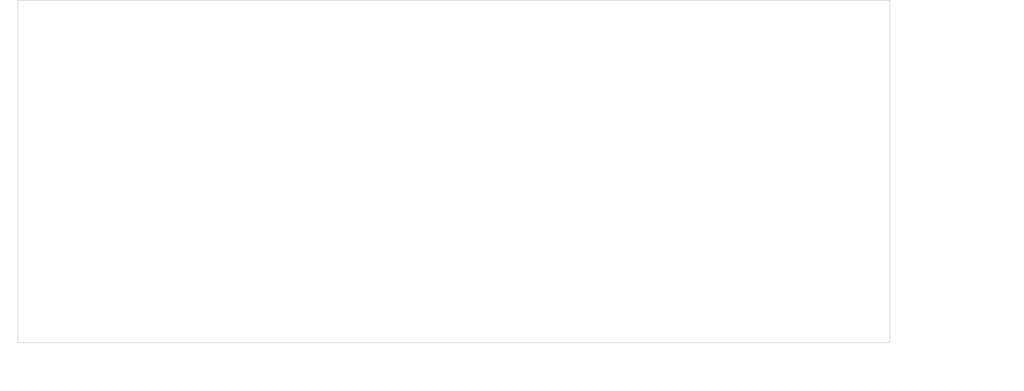
<source format=kicad_pcb>
(kicad_pcb (version 20221018) (generator pcbnew)
  (layers (0 "F.Cu" signal "Dessus.Cu") (31 "B.Cu" signal "Dessous.Cu") (34 "B.Paste" user "Dessous.Pate") (35 "F.Paste" user "Dessus.Pate") (36 "B.SilkS" user "Dessous.SilkS") (37 "F.SilkS" user "Dessus.SilkS") (38 "B.Mask" user "Dessous.Masque") (39 "F.Mask" user "Dessus.Masque") (44 "Edge.Cuts" user "Contours.Ci"))
  (net 0 "")
  (footprint "MountingHole:MountingHole_3mm" (layer "F.Cu") (at 153.5 195.5)
    (fp_text reference "H11" hide)
    (fp_text value "MountingHole")
    (pad "" np_thru_hole circle (at 0 0) (size 3 3) (drill 3) (layers "*.Cu" "*.Mask"))
  )
  (footprint "MountingHole:MountingHole_3mm" (layer "F.Cu") (at 186 233.5)
    (fp_text reference "H13" hide)
    (fp_text value "MountingHole")
    (pad "" np_thru_hole oval (at 0 0) (size 3.2 4) (drill oval 3.2 4) (layers "F&B.Cu" "*.Mask"))
  )
  (footprint "MountingHole:MountingHole_3mm" (layer "F.Cu") (at 65 232.5)
    (fp_text reference "H13" hide)
    (fp_text value "MountingHole")
    (pad "" np_thru_hole oval (at 0 0) (size 3.2 4) (drill oval 3.2 4) (layers "*.Cu" "*.Mask"))
  )
  (footprint "MountingHole:MountingHole_3mm" (layer "F.Cu") (at 102 192)
    (fp_text reference "H11" hide)
    (fp_text value "MountingHole")
    (pad "" np_thru_hole circle (at 0 0) (size 3 3) (drill 3) (layers "*.Cu" "*.Mask"))
  )
  (footprint "MountingHole:MountingHole_3mm" (layer "F.Cu") (at 157.5 233.5)
    (fp_text reference "H14" hide)
    (fp_text value "MountingHole")
    (pad "" np_thru_hole circle (at 0 0) (size 3 3) (drill 3) (layers "*.Cu" "*.Mask"))
  )
  (footprint "MountingHole:MountingHole_3mm" (layer "F.Cu") (at 186 190)
    (fp_text reference "H13" hide)
    (fp_text value "MountingHole")
    (pad "" np_thru_hole oval (at 0 0) (size 3.2 4) (drill oval 3.2 4) (layers "F&B.Cu" "*.Mask"))
  )
  (footprint "MountingHole:MountingHole_3mm" (layer "F.Cu") (at 65.5 191)
    (fp_text reference "H13" hide)
    (fp_text value "MountingHole")
    (pad "" np_thru_hole oval (at 0 0) (size 3.2 4) (drill oval 3.2 4) (layers "*.Cu" "*.Mask"))
  )
  (footprint "MountingHole:MountingHole_3mm" (layer "F.Cu") (at 101 231.5)
    (fp_text reference "H12" hide)
    (fp_text value "MountingHole")
    (pad "" np_thru_hole circle (at 0 0) (size 3 3) (drill 3) (layers "*.Cu" "*.Mask"))
  )
  (gr_poly (pts (xy 189.5 237) (xy 61 237) (xy 61 186.5) (xy 189.5 186.5)) (stroke (width 0.1)) (fill none) (layer "Edge.Cuts"))
)
</source>
